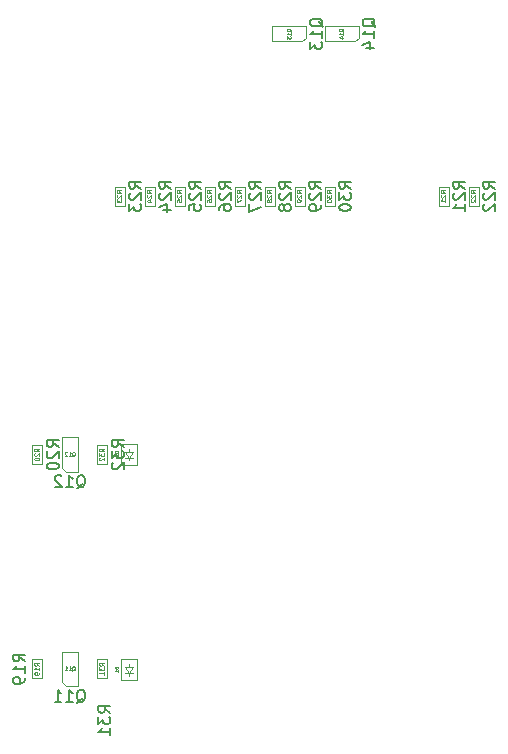
<source format=gbr>
G04 #@! TF.GenerationSoftware,KiCad,Pcbnew,(6.99.0-2815-gbbc0c61ccb)*
G04 #@! TF.CreationDate,2022-08-18T14:12:31+07:00*
G04 #@! TF.ProjectId,Training_Based,54726169-6e69-46e6-975f-42617365642e,rev?*
G04 #@! TF.SameCoordinates,Original*
G04 #@! TF.FileFunction,AssemblyDrawing,Bot*
%FSLAX46Y46*%
G04 Gerber Fmt 4.6, Leading zero omitted, Abs format (unit mm)*
G04 Created by KiCad (PCBNEW (6.99.0-2815-gbbc0c61ccb)) date 2022-08-18 14:12:31*
%MOMM*%
%LPD*%
G01*
G04 APERTURE LIST*
%ADD10C,0.150000*%
%ADD11C,0.060000*%
%ADD12C,0.050000*%
%ADD13C,0.074930*%
%ADD14C,0.100000*%
G04 APERTURE END LIST*
D10*
X196692380Y-42757142D02*
X196216190Y-42423809D01*
X196692380Y-42185714D02*
X195692380Y-42185714D01*
X195692380Y-42185714D02*
X195692380Y-42566666D01*
X195692380Y-42566666D02*
X195740000Y-42661904D01*
X195740000Y-42661904D02*
X195787619Y-42709523D01*
X195787619Y-42709523D02*
X195882857Y-42757142D01*
X195882857Y-42757142D02*
X196025714Y-42757142D01*
X196025714Y-42757142D02*
X196120952Y-42709523D01*
X196120952Y-42709523D02*
X196168571Y-42661904D01*
X196168571Y-42661904D02*
X196216190Y-42566666D01*
X196216190Y-42566666D02*
X196216190Y-42185714D01*
X195787619Y-43138095D02*
X195740000Y-43185714D01*
X195740000Y-43185714D02*
X195692380Y-43280952D01*
X195692380Y-43280952D02*
X195692380Y-43519047D01*
X195692380Y-43519047D02*
X195740000Y-43614285D01*
X195740000Y-43614285D02*
X195787619Y-43661904D01*
X195787619Y-43661904D02*
X195882857Y-43709523D01*
X195882857Y-43709523D02*
X195978095Y-43709523D01*
X195978095Y-43709523D02*
X196120952Y-43661904D01*
X196120952Y-43661904D02*
X196692380Y-43090476D01*
X196692380Y-43090476D02*
X196692380Y-43709523D01*
X195692380Y-44566666D02*
X195692380Y-44376190D01*
X195692380Y-44376190D02*
X195740000Y-44280952D01*
X195740000Y-44280952D02*
X195787619Y-44233333D01*
X195787619Y-44233333D02*
X195930476Y-44138095D01*
X195930476Y-44138095D02*
X196120952Y-44090476D01*
X196120952Y-44090476D02*
X196501904Y-44090476D01*
X196501904Y-44090476D02*
X196597142Y-44138095D01*
X196597142Y-44138095D02*
X196644761Y-44185714D01*
X196644761Y-44185714D02*
X196692380Y-44280952D01*
X196692380Y-44280952D02*
X196692380Y-44471428D01*
X196692380Y-44471428D02*
X196644761Y-44566666D01*
X196644761Y-44566666D02*
X196597142Y-44614285D01*
X196597142Y-44614285D02*
X196501904Y-44661904D01*
X196501904Y-44661904D02*
X196263809Y-44661904D01*
X196263809Y-44661904D02*
X196168571Y-44614285D01*
X196168571Y-44614285D02*
X196120952Y-44566666D01*
X196120952Y-44566666D02*
X196073333Y-44471428D01*
X196073333Y-44471428D02*
X196073333Y-44280952D01*
X196073333Y-44280952D02*
X196120952Y-44185714D01*
X196120952Y-44185714D02*
X196168571Y-44138095D01*
X196168571Y-44138095D02*
X196263809Y-44090476D01*
D11*
X195041952Y-43142857D02*
X194851476Y-43009524D01*
X195041952Y-42914286D02*
X194641952Y-42914286D01*
X194641952Y-42914286D02*
X194641952Y-43066667D01*
X194641952Y-43066667D02*
X194661000Y-43104762D01*
X194661000Y-43104762D02*
X194680047Y-43123809D01*
X194680047Y-43123809D02*
X194718142Y-43142857D01*
X194718142Y-43142857D02*
X194775285Y-43142857D01*
X194775285Y-43142857D02*
X194813380Y-43123809D01*
X194813380Y-43123809D02*
X194832428Y-43104762D01*
X194832428Y-43104762D02*
X194851476Y-43066667D01*
X194851476Y-43066667D02*
X194851476Y-42914286D01*
X194680047Y-43295238D02*
X194661000Y-43314286D01*
X194661000Y-43314286D02*
X194641952Y-43352381D01*
X194641952Y-43352381D02*
X194641952Y-43447619D01*
X194641952Y-43447619D02*
X194661000Y-43485714D01*
X194661000Y-43485714D02*
X194680047Y-43504762D01*
X194680047Y-43504762D02*
X194718142Y-43523809D01*
X194718142Y-43523809D02*
X194756238Y-43523809D01*
X194756238Y-43523809D02*
X194813380Y-43504762D01*
X194813380Y-43504762D02*
X195041952Y-43276190D01*
X195041952Y-43276190D02*
X195041952Y-43523809D01*
X194641952Y-43866666D02*
X194641952Y-43790476D01*
X194641952Y-43790476D02*
X194661000Y-43752380D01*
X194661000Y-43752380D02*
X194680047Y-43733333D01*
X194680047Y-43733333D02*
X194737190Y-43695238D01*
X194737190Y-43695238D02*
X194813380Y-43676190D01*
X194813380Y-43676190D02*
X194965761Y-43676190D01*
X194965761Y-43676190D02*
X195003857Y-43695238D01*
X195003857Y-43695238D02*
X195022904Y-43714285D01*
X195022904Y-43714285D02*
X195041952Y-43752380D01*
X195041952Y-43752380D02*
X195041952Y-43828571D01*
X195041952Y-43828571D02*
X195022904Y-43866666D01*
X195022904Y-43866666D02*
X195003857Y-43885714D01*
X195003857Y-43885714D02*
X194965761Y-43904761D01*
X194965761Y-43904761D02*
X194870523Y-43904761D01*
X194870523Y-43904761D02*
X194832428Y-43885714D01*
X194832428Y-43885714D02*
X194813380Y-43866666D01*
X194813380Y-43866666D02*
X194794333Y-43828571D01*
X194794333Y-43828571D02*
X194794333Y-43752380D01*
X194794333Y-43752380D02*
X194813380Y-43714285D01*
X194813380Y-43714285D02*
X194832428Y-43695238D01*
X194832428Y-43695238D02*
X194870523Y-43676190D01*
D10*
X194152380Y-42757142D02*
X193676190Y-42423809D01*
X194152380Y-42185714D02*
X193152380Y-42185714D01*
X193152380Y-42185714D02*
X193152380Y-42566666D01*
X193152380Y-42566666D02*
X193200000Y-42661904D01*
X193200000Y-42661904D02*
X193247619Y-42709523D01*
X193247619Y-42709523D02*
X193342857Y-42757142D01*
X193342857Y-42757142D02*
X193485714Y-42757142D01*
X193485714Y-42757142D02*
X193580952Y-42709523D01*
X193580952Y-42709523D02*
X193628571Y-42661904D01*
X193628571Y-42661904D02*
X193676190Y-42566666D01*
X193676190Y-42566666D02*
X193676190Y-42185714D01*
X193247619Y-43138095D02*
X193200000Y-43185714D01*
X193200000Y-43185714D02*
X193152380Y-43280952D01*
X193152380Y-43280952D02*
X193152380Y-43519047D01*
X193152380Y-43519047D02*
X193200000Y-43614285D01*
X193200000Y-43614285D02*
X193247619Y-43661904D01*
X193247619Y-43661904D02*
X193342857Y-43709523D01*
X193342857Y-43709523D02*
X193438095Y-43709523D01*
X193438095Y-43709523D02*
X193580952Y-43661904D01*
X193580952Y-43661904D02*
X194152380Y-43090476D01*
X194152380Y-43090476D02*
X194152380Y-43709523D01*
X193152380Y-44614285D02*
X193152380Y-44138095D01*
X193152380Y-44138095D02*
X193628571Y-44090476D01*
X193628571Y-44090476D02*
X193580952Y-44138095D01*
X193580952Y-44138095D02*
X193533333Y-44233333D01*
X193533333Y-44233333D02*
X193533333Y-44471428D01*
X193533333Y-44471428D02*
X193580952Y-44566666D01*
X193580952Y-44566666D02*
X193628571Y-44614285D01*
X193628571Y-44614285D02*
X193723809Y-44661904D01*
X193723809Y-44661904D02*
X193961904Y-44661904D01*
X193961904Y-44661904D02*
X194057142Y-44614285D01*
X194057142Y-44614285D02*
X194104761Y-44566666D01*
X194104761Y-44566666D02*
X194152380Y-44471428D01*
X194152380Y-44471428D02*
X194152380Y-44233333D01*
X194152380Y-44233333D02*
X194104761Y-44138095D01*
X194104761Y-44138095D02*
X194057142Y-44090476D01*
D11*
X192501952Y-43142857D02*
X192311476Y-43009524D01*
X192501952Y-42914286D02*
X192101952Y-42914286D01*
X192101952Y-42914286D02*
X192101952Y-43066667D01*
X192101952Y-43066667D02*
X192121000Y-43104762D01*
X192121000Y-43104762D02*
X192140047Y-43123809D01*
X192140047Y-43123809D02*
X192178142Y-43142857D01*
X192178142Y-43142857D02*
X192235285Y-43142857D01*
X192235285Y-43142857D02*
X192273380Y-43123809D01*
X192273380Y-43123809D02*
X192292428Y-43104762D01*
X192292428Y-43104762D02*
X192311476Y-43066667D01*
X192311476Y-43066667D02*
X192311476Y-42914286D01*
X192140047Y-43295238D02*
X192121000Y-43314286D01*
X192121000Y-43314286D02*
X192101952Y-43352381D01*
X192101952Y-43352381D02*
X192101952Y-43447619D01*
X192101952Y-43447619D02*
X192121000Y-43485714D01*
X192121000Y-43485714D02*
X192140047Y-43504762D01*
X192140047Y-43504762D02*
X192178142Y-43523809D01*
X192178142Y-43523809D02*
X192216238Y-43523809D01*
X192216238Y-43523809D02*
X192273380Y-43504762D01*
X192273380Y-43504762D02*
X192501952Y-43276190D01*
X192501952Y-43276190D02*
X192501952Y-43523809D01*
X192101952Y-43885714D02*
X192101952Y-43695238D01*
X192101952Y-43695238D02*
X192292428Y-43676190D01*
X192292428Y-43676190D02*
X192273380Y-43695238D01*
X192273380Y-43695238D02*
X192254333Y-43733333D01*
X192254333Y-43733333D02*
X192254333Y-43828571D01*
X192254333Y-43828571D02*
X192273380Y-43866666D01*
X192273380Y-43866666D02*
X192292428Y-43885714D01*
X192292428Y-43885714D02*
X192330523Y-43904761D01*
X192330523Y-43904761D02*
X192425761Y-43904761D01*
X192425761Y-43904761D02*
X192463857Y-43885714D01*
X192463857Y-43885714D02*
X192482904Y-43866666D01*
X192482904Y-43866666D02*
X192501952Y-43828571D01*
X192501952Y-43828571D02*
X192501952Y-43733333D01*
X192501952Y-43733333D02*
X192482904Y-43695238D01*
X192482904Y-43695238D02*
X192463857Y-43676190D01*
D10*
X183621428Y-68137619D02*
X183716666Y-68090000D01*
X183716666Y-68090000D02*
X183811904Y-67994761D01*
X183811904Y-67994761D02*
X183954761Y-67851904D01*
X183954761Y-67851904D02*
X184049999Y-67804285D01*
X184049999Y-67804285D02*
X184145237Y-67804285D01*
X184097618Y-68042380D02*
X184192856Y-67994761D01*
X184192856Y-67994761D02*
X184288094Y-67899523D01*
X184288094Y-67899523D02*
X184335713Y-67709047D01*
X184335713Y-67709047D02*
X184335713Y-67375714D01*
X184335713Y-67375714D02*
X184288094Y-67185238D01*
X184288094Y-67185238D02*
X184192856Y-67090000D01*
X184192856Y-67090000D02*
X184097618Y-67042380D01*
X184097618Y-67042380D02*
X183907142Y-67042380D01*
X183907142Y-67042380D02*
X183811904Y-67090000D01*
X183811904Y-67090000D02*
X183716666Y-67185238D01*
X183716666Y-67185238D02*
X183669047Y-67375714D01*
X183669047Y-67375714D02*
X183669047Y-67709047D01*
X183669047Y-67709047D02*
X183716666Y-67899523D01*
X183716666Y-67899523D02*
X183811904Y-67994761D01*
X183811904Y-67994761D02*
X183907142Y-68042380D01*
X183907142Y-68042380D02*
X184097618Y-68042380D01*
X182716666Y-68042380D02*
X183288094Y-68042380D01*
X183002380Y-68042380D02*
X183002380Y-67042380D01*
X183002380Y-67042380D02*
X183097618Y-67185238D01*
X183097618Y-67185238D02*
X183192856Y-67280476D01*
X183192856Y-67280476D02*
X183288094Y-67328095D01*
X182335713Y-67137619D02*
X182288094Y-67090000D01*
X182288094Y-67090000D02*
X182192856Y-67042380D01*
X182192856Y-67042380D02*
X181954761Y-67042380D01*
X181954761Y-67042380D02*
X181859523Y-67090000D01*
X181859523Y-67090000D02*
X181811904Y-67137619D01*
X181811904Y-67137619D02*
X181764285Y-67232857D01*
X181764285Y-67232857D02*
X181764285Y-67328095D01*
X181764285Y-67328095D02*
X181811904Y-67470952D01*
X181811904Y-67470952D02*
X182383332Y-68042380D01*
X182383332Y-68042380D02*
X181764285Y-68042380D01*
D12*
X183232857Y-65423038D02*
X183263333Y-65407800D01*
X183263333Y-65407800D02*
X183293809Y-65377323D01*
X183293809Y-65377323D02*
X183339523Y-65331609D01*
X183339523Y-65331609D02*
X183370000Y-65316371D01*
X183370000Y-65316371D02*
X183400476Y-65316371D01*
X183385238Y-65392561D02*
X183415714Y-65377323D01*
X183415714Y-65377323D02*
X183446190Y-65346847D01*
X183446190Y-65346847D02*
X183461428Y-65285895D01*
X183461428Y-65285895D02*
X183461428Y-65179228D01*
X183461428Y-65179228D02*
X183446190Y-65118276D01*
X183446190Y-65118276D02*
X183415714Y-65087800D01*
X183415714Y-65087800D02*
X183385238Y-65072561D01*
X183385238Y-65072561D02*
X183324285Y-65072561D01*
X183324285Y-65072561D02*
X183293809Y-65087800D01*
X183293809Y-65087800D02*
X183263333Y-65118276D01*
X183263333Y-65118276D02*
X183248095Y-65179228D01*
X183248095Y-65179228D02*
X183248095Y-65285895D01*
X183248095Y-65285895D02*
X183263333Y-65346847D01*
X183263333Y-65346847D02*
X183293809Y-65377323D01*
X183293809Y-65377323D02*
X183324285Y-65392561D01*
X183324285Y-65392561D02*
X183385238Y-65392561D01*
X182943333Y-65392561D02*
X183126190Y-65392561D01*
X183034762Y-65392561D02*
X183034762Y-65072561D01*
X183034762Y-65072561D02*
X183065238Y-65118276D01*
X183065238Y-65118276D02*
X183095714Y-65148752D01*
X183095714Y-65148752D02*
X183126190Y-65163990D01*
X182821428Y-65103038D02*
X182806190Y-65087800D01*
X182806190Y-65087800D02*
X182775714Y-65072561D01*
X182775714Y-65072561D02*
X182699523Y-65072561D01*
X182699523Y-65072561D02*
X182669047Y-65087800D01*
X182669047Y-65087800D02*
X182653809Y-65103038D01*
X182653809Y-65103038D02*
X182638571Y-65133514D01*
X182638571Y-65133514D02*
X182638571Y-65163990D01*
X182638571Y-65163990D02*
X182653809Y-65209704D01*
X182653809Y-65209704D02*
X182836666Y-65392561D01*
X182836666Y-65392561D02*
X182638571Y-65392561D01*
D13*
X187160111Y-64978777D02*
X186860391Y-64978777D01*
X186860391Y-64978777D02*
X186860391Y-65050139D01*
X186860391Y-65050139D02*
X186874664Y-65092956D01*
X186874664Y-65092956D02*
X186903208Y-65121501D01*
X186903208Y-65121501D02*
X186931753Y-65135774D01*
X186931753Y-65135774D02*
X186988843Y-65150046D01*
X186988843Y-65150046D02*
X187031660Y-65150046D01*
X187031660Y-65150046D02*
X187088749Y-65135774D01*
X187088749Y-65135774D02*
X187117294Y-65121501D01*
X187117294Y-65121501D02*
X187145839Y-65092956D01*
X187145839Y-65092956D02*
X187160111Y-65050139D01*
X187160111Y-65050139D02*
X187160111Y-64978777D01*
X186888936Y-65264225D02*
X186874664Y-65278497D01*
X186874664Y-65278497D02*
X186860391Y-65307042D01*
X186860391Y-65307042D02*
X186860391Y-65378404D01*
X186860391Y-65378404D02*
X186874664Y-65406949D01*
X186874664Y-65406949D02*
X186888936Y-65421221D01*
X186888936Y-65421221D02*
X186917481Y-65435494D01*
X186917481Y-65435494D02*
X186946025Y-65435494D01*
X186946025Y-65435494D02*
X186988843Y-65421221D01*
X186988843Y-65421221D02*
X187160111Y-65249953D01*
X187160111Y-65249953D02*
X187160111Y-65435494D01*
D10*
X208925119Y-29078571D02*
X208877500Y-28983333D01*
X208877500Y-28983333D02*
X208782261Y-28888095D01*
X208782261Y-28888095D02*
X208639404Y-28745238D01*
X208639404Y-28745238D02*
X208591785Y-28650000D01*
X208591785Y-28650000D02*
X208591785Y-28554762D01*
X208829880Y-28602381D02*
X208782261Y-28507143D01*
X208782261Y-28507143D02*
X208687023Y-28411905D01*
X208687023Y-28411905D02*
X208496547Y-28364286D01*
X208496547Y-28364286D02*
X208163214Y-28364286D01*
X208163214Y-28364286D02*
X207972738Y-28411905D01*
X207972738Y-28411905D02*
X207877500Y-28507143D01*
X207877500Y-28507143D02*
X207829880Y-28602381D01*
X207829880Y-28602381D02*
X207829880Y-28792857D01*
X207829880Y-28792857D02*
X207877500Y-28888095D01*
X207877500Y-28888095D02*
X207972738Y-28983333D01*
X207972738Y-28983333D02*
X208163214Y-29030952D01*
X208163214Y-29030952D02*
X208496547Y-29030952D01*
X208496547Y-29030952D02*
X208687023Y-28983333D01*
X208687023Y-28983333D02*
X208782261Y-28888095D01*
X208782261Y-28888095D02*
X208829880Y-28792857D01*
X208829880Y-28792857D02*
X208829880Y-28602381D01*
X208829880Y-29983333D02*
X208829880Y-29411905D01*
X208829880Y-29697619D02*
X207829880Y-29697619D01*
X207829880Y-29697619D02*
X207972738Y-29602381D01*
X207972738Y-29602381D02*
X208067976Y-29507143D01*
X208067976Y-29507143D02*
X208115595Y-29411905D01*
X208163214Y-30840476D02*
X208829880Y-30840476D01*
X207782261Y-30602381D02*
X208496547Y-30364286D01*
X208496547Y-30364286D02*
X208496547Y-30983333D01*
D12*
X206210538Y-29467142D02*
X206195300Y-29436666D01*
X206195300Y-29436666D02*
X206164823Y-29406190D01*
X206164823Y-29406190D02*
X206119109Y-29360476D01*
X206119109Y-29360476D02*
X206103871Y-29329999D01*
X206103871Y-29329999D02*
X206103871Y-29299523D01*
X206180061Y-29314761D02*
X206164823Y-29284285D01*
X206164823Y-29284285D02*
X206134347Y-29253809D01*
X206134347Y-29253809D02*
X206073395Y-29238571D01*
X206073395Y-29238571D02*
X205966728Y-29238571D01*
X205966728Y-29238571D02*
X205905776Y-29253809D01*
X205905776Y-29253809D02*
X205875300Y-29284285D01*
X205875300Y-29284285D02*
X205860061Y-29314761D01*
X205860061Y-29314761D02*
X205860061Y-29375714D01*
X205860061Y-29375714D02*
X205875300Y-29406190D01*
X205875300Y-29406190D02*
X205905776Y-29436666D01*
X205905776Y-29436666D02*
X205966728Y-29451904D01*
X205966728Y-29451904D02*
X206073395Y-29451904D01*
X206073395Y-29451904D02*
X206134347Y-29436666D01*
X206134347Y-29436666D02*
X206164823Y-29406190D01*
X206164823Y-29406190D02*
X206180061Y-29375714D01*
X206180061Y-29375714D02*
X206180061Y-29314761D01*
X206180061Y-29756666D02*
X206180061Y-29573809D01*
X206180061Y-29665237D02*
X205860061Y-29665237D01*
X205860061Y-29665237D02*
X205905776Y-29634761D01*
X205905776Y-29634761D02*
X205936252Y-29604285D01*
X205936252Y-29604285D02*
X205951490Y-29573809D01*
X205966728Y-30030952D02*
X206180061Y-30030952D01*
X205844823Y-29954761D02*
X206073395Y-29878571D01*
X206073395Y-29878571D02*
X206073395Y-30076666D01*
D10*
X183621428Y-86287619D02*
X183716666Y-86240000D01*
X183716666Y-86240000D02*
X183811904Y-86144761D01*
X183811904Y-86144761D02*
X183954761Y-86001904D01*
X183954761Y-86001904D02*
X184049999Y-85954285D01*
X184049999Y-85954285D02*
X184145237Y-85954285D01*
X184097618Y-86192380D02*
X184192856Y-86144761D01*
X184192856Y-86144761D02*
X184288094Y-86049523D01*
X184288094Y-86049523D02*
X184335713Y-85859047D01*
X184335713Y-85859047D02*
X184335713Y-85525714D01*
X184335713Y-85525714D02*
X184288094Y-85335238D01*
X184288094Y-85335238D02*
X184192856Y-85240000D01*
X184192856Y-85240000D02*
X184097618Y-85192380D01*
X184097618Y-85192380D02*
X183907142Y-85192380D01*
X183907142Y-85192380D02*
X183811904Y-85240000D01*
X183811904Y-85240000D02*
X183716666Y-85335238D01*
X183716666Y-85335238D02*
X183669047Y-85525714D01*
X183669047Y-85525714D02*
X183669047Y-85859047D01*
X183669047Y-85859047D02*
X183716666Y-86049523D01*
X183716666Y-86049523D02*
X183811904Y-86144761D01*
X183811904Y-86144761D02*
X183907142Y-86192380D01*
X183907142Y-86192380D02*
X184097618Y-86192380D01*
X182716666Y-86192380D02*
X183288094Y-86192380D01*
X183002380Y-86192380D02*
X183002380Y-85192380D01*
X183002380Y-85192380D02*
X183097618Y-85335238D01*
X183097618Y-85335238D02*
X183192856Y-85430476D01*
X183192856Y-85430476D02*
X183288094Y-85478095D01*
X181764285Y-86192380D02*
X182335713Y-86192380D01*
X182049999Y-86192380D02*
X182049999Y-85192380D01*
X182049999Y-85192380D02*
X182145237Y-85335238D01*
X182145237Y-85335238D02*
X182240475Y-85430476D01*
X182240475Y-85430476D02*
X182335713Y-85478095D01*
D12*
X183232857Y-83573038D02*
X183263333Y-83557800D01*
X183263333Y-83557800D02*
X183293809Y-83527323D01*
X183293809Y-83527323D02*
X183339523Y-83481609D01*
X183339523Y-83481609D02*
X183370000Y-83466371D01*
X183370000Y-83466371D02*
X183400476Y-83466371D01*
X183385238Y-83542561D02*
X183415714Y-83527323D01*
X183415714Y-83527323D02*
X183446190Y-83496847D01*
X183446190Y-83496847D02*
X183461428Y-83435895D01*
X183461428Y-83435895D02*
X183461428Y-83329228D01*
X183461428Y-83329228D02*
X183446190Y-83268276D01*
X183446190Y-83268276D02*
X183415714Y-83237800D01*
X183415714Y-83237800D02*
X183385238Y-83222561D01*
X183385238Y-83222561D02*
X183324285Y-83222561D01*
X183324285Y-83222561D02*
X183293809Y-83237800D01*
X183293809Y-83237800D02*
X183263333Y-83268276D01*
X183263333Y-83268276D02*
X183248095Y-83329228D01*
X183248095Y-83329228D02*
X183248095Y-83435895D01*
X183248095Y-83435895D02*
X183263333Y-83496847D01*
X183263333Y-83496847D02*
X183293809Y-83527323D01*
X183293809Y-83527323D02*
X183324285Y-83542561D01*
X183324285Y-83542561D02*
X183385238Y-83542561D01*
X182943333Y-83542561D02*
X183126190Y-83542561D01*
X183034762Y-83542561D02*
X183034762Y-83222561D01*
X183034762Y-83222561D02*
X183065238Y-83268276D01*
X183065238Y-83268276D02*
X183095714Y-83298752D01*
X183095714Y-83298752D02*
X183126190Y-83313990D01*
X182638571Y-83542561D02*
X182821428Y-83542561D01*
X182730000Y-83542561D02*
X182730000Y-83222561D01*
X182730000Y-83222561D02*
X182760476Y-83268276D01*
X182760476Y-83268276D02*
X182790952Y-83298752D01*
X182790952Y-83298752D02*
X182821428Y-83313990D01*
D10*
X204485119Y-29078571D02*
X204437500Y-28983333D01*
X204437500Y-28983333D02*
X204342261Y-28888095D01*
X204342261Y-28888095D02*
X204199404Y-28745238D01*
X204199404Y-28745238D02*
X204151785Y-28650000D01*
X204151785Y-28650000D02*
X204151785Y-28554762D01*
X204389880Y-28602381D02*
X204342261Y-28507143D01*
X204342261Y-28507143D02*
X204247023Y-28411905D01*
X204247023Y-28411905D02*
X204056547Y-28364286D01*
X204056547Y-28364286D02*
X203723214Y-28364286D01*
X203723214Y-28364286D02*
X203532738Y-28411905D01*
X203532738Y-28411905D02*
X203437500Y-28507143D01*
X203437500Y-28507143D02*
X203389880Y-28602381D01*
X203389880Y-28602381D02*
X203389880Y-28792857D01*
X203389880Y-28792857D02*
X203437500Y-28888095D01*
X203437500Y-28888095D02*
X203532738Y-28983333D01*
X203532738Y-28983333D02*
X203723214Y-29030952D01*
X203723214Y-29030952D02*
X204056547Y-29030952D01*
X204056547Y-29030952D02*
X204247023Y-28983333D01*
X204247023Y-28983333D02*
X204342261Y-28888095D01*
X204342261Y-28888095D02*
X204389880Y-28792857D01*
X204389880Y-28792857D02*
X204389880Y-28602381D01*
X204389880Y-29983333D02*
X204389880Y-29411905D01*
X204389880Y-29697619D02*
X203389880Y-29697619D01*
X203389880Y-29697619D02*
X203532738Y-29602381D01*
X203532738Y-29602381D02*
X203627976Y-29507143D01*
X203627976Y-29507143D02*
X203675595Y-29411905D01*
X203389880Y-30316667D02*
X203389880Y-30935714D01*
X203389880Y-30935714D02*
X203770833Y-30602381D01*
X203770833Y-30602381D02*
X203770833Y-30745238D01*
X203770833Y-30745238D02*
X203818452Y-30840476D01*
X203818452Y-30840476D02*
X203866071Y-30888095D01*
X203866071Y-30888095D02*
X203961309Y-30935714D01*
X203961309Y-30935714D02*
X204199404Y-30935714D01*
X204199404Y-30935714D02*
X204294642Y-30888095D01*
X204294642Y-30888095D02*
X204342261Y-30840476D01*
X204342261Y-30840476D02*
X204389880Y-30745238D01*
X204389880Y-30745238D02*
X204389880Y-30459524D01*
X204389880Y-30459524D02*
X204342261Y-30364286D01*
X204342261Y-30364286D02*
X204294642Y-30316667D01*
D12*
X201770538Y-29467142D02*
X201755300Y-29436666D01*
X201755300Y-29436666D02*
X201724823Y-29406190D01*
X201724823Y-29406190D02*
X201679109Y-29360476D01*
X201679109Y-29360476D02*
X201663871Y-29329999D01*
X201663871Y-29329999D02*
X201663871Y-29299523D01*
X201740061Y-29314761D02*
X201724823Y-29284285D01*
X201724823Y-29284285D02*
X201694347Y-29253809D01*
X201694347Y-29253809D02*
X201633395Y-29238571D01*
X201633395Y-29238571D02*
X201526728Y-29238571D01*
X201526728Y-29238571D02*
X201465776Y-29253809D01*
X201465776Y-29253809D02*
X201435300Y-29284285D01*
X201435300Y-29284285D02*
X201420061Y-29314761D01*
X201420061Y-29314761D02*
X201420061Y-29375714D01*
X201420061Y-29375714D02*
X201435300Y-29406190D01*
X201435300Y-29406190D02*
X201465776Y-29436666D01*
X201465776Y-29436666D02*
X201526728Y-29451904D01*
X201526728Y-29451904D02*
X201633395Y-29451904D01*
X201633395Y-29451904D02*
X201694347Y-29436666D01*
X201694347Y-29436666D02*
X201724823Y-29406190D01*
X201724823Y-29406190D02*
X201740061Y-29375714D01*
X201740061Y-29375714D02*
X201740061Y-29314761D01*
X201740061Y-29756666D02*
X201740061Y-29573809D01*
X201740061Y-29665237D02*
X201420061Y-29665237D01*
X201420061Y-29665237D02*
X201465776Y-29634761D01*
X201465776Y-29634761D02*
X201496252Y-29604285D01*
X201496252Y-29604285D02*
X201511490Y-29573809D01*
X201420061Y-29863333D02*
X201420061Y-30061428D01*
X201420061Y-30061428D02*
X201541966Y-29954761D01*
X201541966Y-29954761D02*
X201541966Y-30000476D01*
X201541966Y-30000476D02*
X201557204Y-30030952D01*
X201557204Y-30030952D02*
X201572442Y-30046190D01*
X201572442Y-30046190D02*
X201602919Y-30061428D01*
X201602919Y-30061428D02*
X201679109Y-30061428D01*
X201679109Y-30061428D02*
X201709585Y-30046190D01*
X201709585Y-30046190D02*
X201724823Y-30030952D01*
X201724823Y-30030952D02*
X201740061Y-30000476D01*
X201740061Y-30000476D02*
X201740061Y-29909047D01*
X201740061Y-29909047D02*
X201724823Y-29878571D01*
X201724823Y-29878571D02*
X201709585Y-29863333D01*
D13*
X187160111Y-83228777D02*
X186860391Y-83228777D01*
X186860391Y-83228777D02*
X186860391Y-83300139D01*
X186860391Y-83300139D02*
X186874664Y-83342956D01*
X186874664Y-83342956D02*
X186903208Y-83371501D01*
X186903208Y-83371501D02*
X186931753Y-83385774D01*
X186931753Y-83385774D02*
X186988843Y-83400046D01*
X186988843Y-83400046D02*
X187031660Y-83400046D01*
X187031660Y-83400046D02*
X187088749Y-83385774D01*
X187088749Y-83385774D02*
X187117294Y-83371501D01*
X187117294Y-83371501D02*
X187145839Y-83342956D01*
X187145839Y-83342956D02*
X187160111Y-83300139D01*
X187160111Y-83300139D02*
X187160111Y-83228777D01*
X187160111Y-83685494D02*
X187160111Y-83514225D01*
X187160111Y-83599859D02*
X186860391Y-83599859D01*
X186860391Y-83599859D02*
X186903208Y-83571315D01*
X186903208Y-83571315D02*
X186931753Y-83542770D01*
X186931753Y-83542770D02*
X186946025Y-83514225D01*
D10*
X199232380Y-42757142D02*
X198756190Y-42423809D01*
X199232380Y-42185714D02*
X198232380Y-42185714D01*
X198232380Y-42185714D02*
X198232380Y-42566666D01*
X198232380Y-42566666D02*
X198280000Y-42661904D01*
X198280000Y-42661904D02*
X198327619Y-42709523D01*
X198327619Y-42709523D02*
X198422857Y-42757142D01*
X198422857Y-42757142D02*
X198565714Y-42757142D01*
X198565714Y-42757142D02*
X198660952Y-42709523D01*
X198660952Y-42709523D02*
X198708571Y-42661904D01*
X198708571Y-42661904D02*
X198756190Y-42566666D01*
X198756190Y-42566666D02*
X198756190Y-42185714D01*
X198327619Y-43138095D02*
X198280000Y-43185714D01*
X198280000Y-43185714D02*
X198232380Y-43280952D01*
X198232380Y-43280952D02*
X198232380Y-43519047D01*
X198232380Y-43519047D02*
X198280000Y-43614285D01*
X198280000Y-43614285D02*
X198327619Y-43661904D01*
X198327619Y-43661904D02*
X198422857Y-43709523D01*
X198422857Y-43709523D02*
X198518095Y-43709523D01*
X198518095Y-43709523D02*
X198660952Y-43661904D01*
X198660952Y-43661904D02*
X199232380Y-43090476D01*
X199232380Y-43090476D02*
X199232380Y-43709523D01*
X198232380Y-44042857D02*
X198232380Y-44709523D01*
X198232380Y-44709523D02*
X199232380Y-44280952D01*
D11*
X197581952Y-43142857D02*
X197391476Y-43009524D01*
X197581952Y-42914286D02*
X197181952Y-42914286D01*
X197181952Y-42914286D02*
X197181952Y-43066667D01*
X197181952Y-43066667D02*
X197201000Y-43104762D01*
X197201000Y-43104762D02*
X197220047Y-43123809D01*
X197220047Y-43123809D02*
X197258142Y-43142857D01*
X197258142Y-43142857D02*
X197315285Y-43142857D01*
X197315285Y-43142857D02*
X197353380Y-43123809D01*
X197353380Y-43123809D02*
X197372428Y-43104762D01*
X197372428Y-43104762D02*
X197391476Y-43066667D01*
X197391476Y-43066667D02*
X197391476Y-42914286D01*
X197220047Y-43295238D02*
X197201000Y-43314286D01*
X197201000Y-43314286D02*
X197181952Y-43352381D01*
X197181952Y-43352381D02*
X197181952Y-43447619D01*
X197181952Y-43447619D02*
X197201000Y-43485714D01*
X197201000Y-43485714D02*
X197220047Y-43504762D01*
X197220047Y-43504762D02*
X197258142Y-43523809D01*
X197258142Y-43523809D02*
X197296238Y-43523809D01*
X197296238Y-43523809D02*
X197353380Y-43504762D01*
X197353380Y-43504762D02*
X197581952Y-43276190D01*
X197581952Y-43276190D02*
X197581952Y-43523809D01*
X197181952Y-43657142D02*
X197181952Y-43923809D01*
X197181952Y-43923809D02*
X197581952Y-43752380D01*
D10*
X182097380Y-64632142D02*
X181621190Y-64298809D01*
X182097380Y-64060714D02*
X181097380Y-64060714D01*
X181097380Y-64060714D02*
X181097380Y-64441666D01*
X181097380Y-64441666D02*
X181145000Y-64536904D01*
X181145000Y-64536904D02*
X181192619Y-64584523D01*
X181192619Y-64584523D02*
X181287857Y-64632142D01*
X181287857Y-64632142D02*
X181430714Y-64632142D01*
X181430714Y-64632142D02*
X181525952Y-64584523D01*
X181525952Y-64584523D02*
X181573571Y-64536904D01*
X181573571Y-64536904D02*
X181621190Y-64441666D01*
X181621190Y-64441666D02*
X181621190Y-64060714D01*
X181192619Y-65013095D02*
X181145000Y-65060714D01*
X181145000Y-65060714D02*
X181097380Y-65155952D01*
X181097380Y-65155952D02*
X181097380Y-65394047D01*
X181097380Y-65394047D02*
X181145000Y-65489285D01*
X181145000Y-65489285D02*
X181192619Y-65536904D01*
X181192619Y-65536904D02*
X181287857Y-65584523D01*
X181287857Y-65584523D02*
X181383095Y-65584523D01*
X181383095Y-65584523D02*
X181525952Y-65536904D01*
X181525952Y-65536904D02*
X182097380Y-64965476D01*
X182097380Y-64965476D02*
X182097380Y-65584523D01*
X181097380Y-66203571D02*
X181097380Y-66298809D01*
X181097380Y-66298809D02*
X181145000Y-66394047D01*
X181145000Y-66394047D02*
X181192619Y-66441666D01*
X181192619Y-66441666D02*
X181287857Y-66489285D01*
X181287857Y-66489285D02*
X181478333Y-66536904D01*
X181478333Y-66536904D02*
X181716428Y-66536904D01*
X181716428Y-66536904D02*
X181906904Y-66489285D01*
X181906904Y-66489285D02*
X182002142Y-66441666D01*
X182002142Y-66441666D02*
X182049761Y-66394047D01*
X182049761Y-66394047D02*
X182097380Y-66298809D01*
X182097380Y-66298809D02*
X182097380Y-66203571D01*
X182097380Y-66203571D02*
X182049761Y-66108333D01*
X182049761Y-66108333D02*
X182002142Y-66060714D01*
X182002142Y-66060714D02*
X181906904Y-66013095D01*
X181906904Y-66013095D02*
X181716428Y-65965476D01*
X181716428Y-65965476D02*
X181478333Y-65965476D01*
X181478333Y-65965476D02*
X181287857Y-66013095D01*
X181287857Y-66013095D02*
X181192619Y-66060714D01*
X181192619Y-66060714D02*
X181145000Y-66108333D01*
X181145000Y-66108333D02*
X181097380Y-66203571D01*
D11*
X180446952Y-65017857D02*
X180256476Y-64884524D01*
X180446952Y-64789286D02*
X180046952Y-64789286D01*
X180046952Y-64789286D02*
X180046952Y-64941667D01*
X180046952Y-64941667D02*
X180066000Y-64979762D01*
X180066000Y-64979762D02*
X180085047Y-64998809D01*
X180085047Y-64998809D02*
X180123142Y-65017857D01*
X180123142Y-65017857D02*
X180180285Y-65017857D01*
X180180285Y-65017857D02*
X180218380Y-64998809D01*
X180218380Y-64998809D02*
X180237428Y-64979762D01*
X180237428Y-64979762D02*
X180256476Y-64941667D01*
X180256476Y-64941667D02*
X180256476Y-64789286D01*
X180085047Y-65170238D02*
X180066000Y-65189286D01*
X180066000Y-65189286D02*
X180046952Y-65227381D01*
X180046952Y-65227381D02*
X180046952Y-65322619D01*
X180046952Y-65322619D02*
X180066000Y-65360714D01*
X180066000Y-65360714D02*
X180085047Y-65379762D01*
X180085047Y-65379762D02*
X180123142Y-65398809D01*
X180123142Y-65398809D02*
X180161238Y-65398809D01*
X180161238Y-65398809D02*
X180218380Y-65379762D01*
X180218380Y-65379762D02*
X180446952Y-65151190D01*
X180446952Y-65151190D02*
X180446952Y-65398809D01*
X180046952Y-65646428D02*
X180046952Y-65684523D01*
X180046952Y-65684523D02*
X180066000Y-65722619D01*
X180066000Y-65722619D02*
X180085047Y-65741666D01*
X180085047Y-65741666D02*
X180123142Y-65760714D01*
X180123142Y-65760714D02*
X180199333Y-65779761D01*
X180199333Y-65779761D02*
X180294571Y-65779761D01*
X180294571Y-65779761D02*
X180370761Y-65760714D01*
X180370761Y-65760714D02*
X180408857Y-65741666D01*
X180408857Y-65741666D02*
X180427904Y-65722619D01*
X180427904Y-65722619D02*
X180446952Y-65684523D01*
X180446952Y-65684523D02*
X180446952Y-65646428D01*
X180446952Y-65646428D02*
X180427904Y-65608333D01*
X180427904Y-65608333D02*
X180408857Y-65589285D01*
X180408857Y-65589285D02*
X180370761Y-65570238D01*
X180370761Y-65570238D02*
X180294571Y-65551190D01*
X180294571Y-65551190D02*
X180199333Y-65551190D01*
X180199333Y-65551190D02*
X180123142Y-65570238D01*
X180123142Y-65570238D02*
X180085047Y-65589285D01*
X180085047Y-65589285D02*
X180066000Y-65608333D01*
X180066000Y-65608333D02*
X180046952Y-65646428D01*
D10*
X189072380Y-42757142D02*
X188596190Y-42423809D01*
X189072380Y-42185714D02*
X188072380Y-42185714D01*
X188072380Y-42185714D02*
X188072380Y-42566666D01*
X188072380Y-42566666D02*
X188120000Y-42661904D01*
X188120000Y-42661904D02*
X188167619Y-42709523D01*
X188167619Y-42709523D02*
X188262857Y-42757142D01*
X188262857Y-42757142D02*
X188405714Y-42757142D01*
X188405714Y-42757142D02*
X188500952Y-42709523D01*
X188500952Y-42709523D02*
X188548571Y-42661904D01*
X188548571Y-42661904D02*
X188596190Y-42566666D01*
X188596190Y-42566666D02*
X188596190Y-42185714D01*
X188167619Y-43138095D02*
X188120000Y-43185714D01*
X188120000Y-43185714D02*
X188072380Y-43280952D01*
X188072380Y-43280952D02*
X188072380Y-43519047D01*
X188072380Y-43519047D02*
X188120000Y-43614285D01*
X188120000Y-43614285D02*
X188167619Y-43661904D01*
X188167619Y-43661904D02*
X188262857Y-43709523D01*
X188262857Y-43709523D02*
X188358095Y-43709523D01*
X188358095Y-43709523D02*
X188500952Y-43661904D01*
X188500952Y-43661904D02*
X189072380Y-43090476D01*
X189072380Y-43090476D02*
X189072380Y-43709523D01*
X188072380Y-44042857D02*
X188072380Y-44661904D01*
X188072380Y-44661904D02*
X188453333Y-44328571D01*
X188453333Y-44328571D02*
X188453333Y-44471428D01*
X188453333Y-44471428D02*
X188500952Y-44566666D01*
X188500952Y-44566666D02*
X188548571Y-44614285D01*
X188548571Y-44614285D02*
X188643809Y-44661904D01*
X188643809Y-44661904D02*
X188881904Y-44661904D01*
X188881904Y-44661904D02*
X188977142Y-44614285D01*
X188977142Y-44614285D02*
X189024761Y-44566666D01*
X189024761Y-44566666D02*
X189072380Y-44471428D01*
X189072380Y-44471428D02*
X189072380Y-44185714D01*
X189072380Y-44185714D02*
X189024761Y-44090476D01*
X189024761Y-44090476D02*
X188977142Y-44042857D01*
D11*
X187421952Y-43142857D02*
X187231476Y-43009524D01*
X187421952Y-42914286D02*
X187021952Y-42914286D01*
X187021952Y-42914286D02*
X187021952Y-43066667D01*
X187021952Y-43066667D02*
X187041000Y-43104762D01*
X187041000Y-43104762D02*
X187060047Y-43123809D01*
X187060047Y-43123809D02*
X187098142Y-43142857D01*
X187098142Y-43142857D02*
X187155285Y-43142857D01*
X187155285Y-43142857D02*
X187193380Y-43123809D01*
X187193380Y-43123809D02*
X187212428Y-43104762D01*
X187212428Y-43104762D02*
X187231476Y-43066667D01*
X187231476Y-43066667D02*
X187231476Y-42914286D01*
X187060047Y-43295238D02*
X187041000Y-43314286D01*
X187041000Y-43314286D02*
X187021952Y-43352381D01*
X187021952Y-43352381D02*
X187021952Y-43447619D01*
X187021952Y-43447619D02*
X187041000Y-43485714D01*
X187041000Y-43485714D02*
X187060047Y-43504762D01*
X187060047Y-43504762D02*
X187098142Y-43523809D01*
X187098142Y-43523809D02*
X187136238Y-43523809D01*
X187136238Y-43523809D02*
X187193380Y-43504762D01*
X187193380Y-43504762D02*
X187421952Y-43276190D01*
X187421952Y-43276190D02*
X187421952Y-43523809D01*
X187021952Y-43657142D02*
X187021952Y-43904761D01*
X187021952Y-43904761D02*
X187174333Y-43771428D01*
X187174333Y-43771428D02*
X187174333Y-43828571D01*
X187174333Y-43828571D02*
X187193380Y-43866666D01*
X187193380Y-43866666D02*
X187212428Y-43885714D01*
X187212428Y-43885714D02*
X187250523Y-43904761D01*
X187250523Y-43904761D02*
X187345761Y-43904761D01*
X187345761Y-43904761D02*
X187383857Y-43885714D01*
X187383857Y-43885714D02*
X187402904Y-43866666D01*
X187402904Y-43866666D02*
X187421952Y-43828571D01*
X187421952Y-43828571D02*
X187421952Y-43714285D01*
X187421952Y-43714285D02*
X187402904Y-43676190D01*
X187402904Y-43676190D02*
X187383857Y-43657142D01*
D10*
X191612380Y-42757142D02*
X191136190Y-42423809D01*
X191612380Y-42185714D02*
X190612380Y-42185714D01*
X190612380Y-42185714D02*
X190612380Y-42566666D01*
X190612380Y-42566666D02*
X190660000Y-42661904D01*
X190660000Y-42661904D02*
X190707619Y-42709523D01*
X190707619Y-42709523D02*
X190802857Y-42757142D01*
X190802857Y-42757142D02*
X190945714Y-42757142D01*
X190945714Y-42757142D02*
X191040952Y-42709523D01*
X191040952Y-42709523D02*
X191088571Y-42661904D01*
X191088571Y-42661904D02*
X191136190Y-42566666D01*
X191136190Y-42566666D02*
X191136190Y-42185714D01*
X190707619Y-43138095D02*
X190660000Y-43185714D01*
X190660000Y-43185714D02*
X190612380Y-43280952D01*
X190612380Y-43280952D02*
X190612380Y-43519047D01*
X190612380Y-43519047D02*
X190660000Y-43614285D01*
X190660000Y-43614285D02*
X190707619Y-43661904D01*
X190707619Y-43661904D02*
X190802857Y-43709523D01*
X190802857Y-43709523D02*
X190898095Y-43709523D01*
X190898095Y-43709523D02*
X191040952Y-43661904D01*
X191040952Y-43661904D02*
X191612380Y-43090476D01*
X191612380Y-43090476D02*
X191612380Y-43709523D01*
X190945714Y-44566666D02*
X191612380Y-44566666D01*
X190564761Y-44328571D02*
X191279047Y-44090476D01*
X191279047Y-44090476D02*
X191279047Y-44709523D01*
D11*
X189961952Y-43142857D02*
X189771476Y-43009524D01*
X189961952Y-42914286D02*
X189561952Y-42914286D01*
X189561952Y-42914286D02*
X189561952Y-43066667D01*
X189561952Y-43066667D02*
X189581000Y-43104762D01*
X189581000Y-43104762D02*
X189600047Y-43123809D01*
X189600047Y-43123809D02*
X189638142Y-43142857D01*
X189638142Y-43142857D02*
X189695285Y-43142857D01*
X189695285Y-43142857D02*
X189733380Y-43123809D01*
X189733380Y-43123809D02*
X189752428Y-43104762D01*
X189752428Y-43104762D02*
X189771476Y-43066667D01*
X189771476Y-43066667D02*
X189771476Y-42914286D01*
X189600047Y-43295238D02*
X189581000Y-43314286D01*
X189581000Y-43314286D02*
X189561952Y-43352381D01*
X189561952Y-43352381D02*
X189561952Y-43447619D01*
X189561952Y-43447619D02*
X189581000Y-43485714D01*
X189581000Y-43485714D02*
X189600047Y-43504762D01*
X189600047Y-43504762D02*
X189638142Y-43523809D01*
X189638142Y-43523809D02*
X189676238Y-43523809D01*
X189676238Y-43523809D02*
X189733380Y-43504762D01*
X189733380Y-43504762D02*
X189961952Y-43276190D01*
X189961952Y-43276190D02*
X189961952Y-43523809D01*
X189695285Y-43866666D02*
X189961952Y-43866666D01*
X189542904Y-43771428D02*
X189828619Y-43676190D01*
X189828619Y-43676190D02*
X189828619Y-43923809D01*
D10*
X219037380Y-42757142D02*
X218561190Y-42423809D01*
X219037380Y-42185714D02*
X218037380Y-42185714D01*
X218037380Y-42185714D02*
X218037380Y-42566666D01*
X218037380Y-42566666D02*
X218085000Y-42661904D01*
X218085000Y-42661904D02*
X218132619Y-42709523D01*
X218132619Y-42709523D02*
X218227857Y-42757142D01*
X218227857Y-42757142D02*
X218370714Y-42757142D01*
X218370714Y-42757142D02*
X218465952Y-42709523D01*
X218465952Y-42709523D02*
X218513571Y-42661904D01*
X218513571Y-42661904D02*
X218561190Y-42566666D01*
X218561190Y-42566666D02*
X218561190Y-42185714D01*
X218132619Y-43138095D02*
X218085000Y-43185714D01*
X218085000Y-43185714D02*
X218037380Y-43280952D01*
X218037380Y-43280952D02*
X218037380Y-43519047D01*
X218037380Y-43519047D02*
X218085000Y-43614285D01*
X218085000Y-43614285D02*
X218132619Y-43661904D01*
X218132619Y-43661904D02*
X218227857Y-43709523D01*
X218227857Y-43709523D02*
X218323095Y-43709523D01*
X218323095Y-43709523D02*
X218465952Y-43661904D01*
X218465952Y-43661904D02*
X219037380Y-43090476D01*
X219037380Y-43090476D02*
X219037380Y-43709523D01*
X218132619Y-44090476D02*
X218085000Y-44138095D01*
X218085000Y-44138095D02*
X218037380Y-44233333D01*
X218037380Y-44233333D02*
X218037380Y-44471428D01*
X218037380Y-44471428D02*
X218085000Y-44566666D01*
X218085000Y-44566666D02*
X218132619Y-44614285D01*
X218132619Y-44614285D02*
X218227857Y-44661904D01*
X218227857Y-44661904D02*
X218323095Y-44661904D01*
X218323095Y-44661904D02*
X218465952Y-44614285D01*
X218465952Y-44614285D02*
X219037380Y-44042857D01*
X219037380Y-44042857D02*
X219037380Y-44661904D01*
D11*
X217386952Y-43142857D02*
X217196476Y-43009524D01*
X217386952Y-42914286D02*
X216986952Y-42914286D01*
X216986952Y-42914286D02*
X216986952Y-43066667D01*
X216986952Y-43066667D02*
X217006000Y-43104762D01*
X217006000Y-43104762D02*
X217025047Y-43123809D01*
X217025047Y-43123809D02*
X217063142Y-43142857D01*
X217063142Y-43142857D02*
X217120285Y-43142857D01*
X217120285Y-43142857D02*
X217158380Y-43123809D01*
X217158380Y-43123809D02*
X217177428Y-43104762D01*
X217177428Y-43104762D02*
X217196476Y-43066667D01*
X217196476Y-43066667D02*
X217196476Y-42914286D01*
X217025047Y-43295238D02*
X217006000Y-43314286D01*
X217006000Y-43314286D02*
X216986952Y-43352381D01*
X216986952Y-43352381D02*
X216986952Y-43447619D01*
X216986952Y-43447619D02*
X217006000Y-43485714D01*
X217006000Y-43485714D02*
X217025047Y-43504762D01*
X217025047Y-43504762D02*
X217063142Y-43523809D01*
X217063142Y-43523809D02*
X217101238Y-43523809D01*
X217101238Y-43523809D02*
X217158380Y-43504762D01*
X217158380Y-43504762D02*
X217386952Y-43276190D01*
X217386952Y-43276190D02*
X217386952Y-43523809D01*
X217025047Y-43676190D02*
X217006000Y-43695238D01*
X217006000Y-43695238D02*
X216986952Y-43733333D01*
X216986952Y-43733333D02*
X216986952Y-43828571D01*
X216986952Y-43828571D02*
X217006000Y-43866666D01*
X217006000Y-43866666D02*
X217025047Y-43885714D01*
X217025047Y-43885714D02*
X217063142Y-43904761D01*
X217063142Y-43904761D02*
X217101238Y-43904761D01*
X217101238Y-43904761D02*
X217158380Y-43885714D01*
X217158380Y-43885714D02*
X217386952Y-43657142D01*
X217386952Y-43657142D02*
X217386952Y-43904761D01*
D10*
X186467380Y-87132142D02*
X185991190Y-86798809D01*
X186467380Y-86560714D02*
X185467380Y-86560714D01*
X185467380Y-86560714D02*
X185467380Y-86941666D01*
X185467380Y-86941666D02*
X185515000Y-87036904D01*
X185515000Y-87036904D02*
X185562619Y-87084523D01*
X185562619Y-87084523D02*
X185657857Y-87132142D01*
X185657857Y-87132142D02*
X185800714Y-87132142D01*
X185800714Y-87132142D02*
X185895952Y-87084523D01*
X185895952Y-87084523D02*
X185943571Y-87036904D01*
X185943571Y-87036904D02*
X185991190Y-86941666D01*
X185991190Y-86941666D02*
X185991190Y-86560714D01*
X185467380Y-87465476D02*
X185467380Y-88084523D01*
X185467380Y-88084523D02*
X185848333Y-87751190D01*
X185848333Y-87751190D02*
X185848333Y-87894047D01*
X185848333Y-87894047D02*
X185895952Y-87989285D01*
X185895952Y-87989285D02*
X185943571Y-88036904D01*
X185943571Y-88036904D02*
X186038809Y-88084523D01*
X186038809Y-88084523D02*
X186276904Y-88084523D01*
X186276904Y-88084523D02*
X186372142Y-88036904D01*
X186372142Y-88036904D02*
X186419761Y-87989285D01*
X186419761Y-87989285D02*
X186467380Y-87894047D01*
X186467380Y-87894047D02*
X186467380Y-87608333D01*
X186467380Y-87608333D02*
X186419761Y-87513095D01*
X186419761Y-87513095D02*
X186372142Y-87465476D01*
X186467380Y-89036904D02*
X186467380Y-88465476D01*
X186467380Y-88751190D02*
X185467380Y-88751190D01*
X185467380Y-88751190D02*
X185610238Y-88655952D01*
X185610238Y-88655952D02*
X185705476Y-88560714D01*
X185705476Y-88560714D02*
X185753095Y-88465476D01*
D11*
X185946952Y-83167857D02*
X185756476Y-83034524D01*
X185946952Y-82939286D02*
X185546952Y-82939286D01*
X185546952Y-82939286D02*
X185546952Y-83091667D01*
X185546952Y-83091667D02*
X185566000Y-83129762D01*
X185566000Y-83129762D02*
X185585047Y-83148809D01*
X185585047Y-83148809D02*
X185623142Y-83167857D01*
X185623142Y-83167857D02*
X185680285Y-83167857D01*
X185680285Y-83167857D02*
X185718380Y-83148809D01*
X185718380Y-83148809D02*
X185737428Y-83129762D01*
X185737428Y-83129762D02*
X185756476Y-83091667D01*
X185756476Y-83091667D02*
X185756476Y-82939286D01*
X185546952Y-83301190D02*
X185546952Y-83548809D01*
X185546952Y-83548809D02*
X185699333Y-83415476D01*
X185699333Y-83415476D02*
X185699333Y-83472619D01*
X185699333Y-83472619D02*
X185718380Y-83510714D01*
X185718380Y-83510714D02*
X185737428Y-83529762D01*
X185737428Y-83529762D02*
X185775523Y-83548809D01*
X185775523Y-83548809D02*
X185870761Y-83548809D01*
X185870761Y-83548809D02*
X185908857Y-83529762D01*
X185908857Y-83529762D02*
X185927904Y-83510714D01*
X185927904Y-83510714D02*
X185946952Y-83472619D01*
X185946952Y-83472619D02*
X185946952Y-83358333D01*
X185946952Y-83358333D02*
X185927904Y-83320238D01*
X185927904Y-83320238D02*
X185908857Y-83301190D01*
X185946952Y-83929761D02*
X185946952Y-83701190D01*
X185946952Y-83815476D02*
X185546952Y-83815476D01*
X185546952Y-83815476D02*
X185604095Y-83777380D01*
X185604095Y-83777380D02*
X185642190Y-83739285D01*
X185642190Y-83739285D02*
X185661238Y-83701190D01*
D10*
X187597380Y-64632142D02*
X187121190Y-64298809D01*
X187597380Y-64060714D02*
X186597380Y-64060714D01*
X186597380Y-64060714D02*
X186597380Y-64441666D01*
X186597380Y-64441666D02*
X186645000Y-64536904D01*
X186645000Y-64536904D02*
X186692619Y-64584523D01*
X186692619Y-64584523D02*
X186787857Y-64632142D01*
X186787857Y-64632142D02*
X186930714Y-64632142D01*
X186930714Y-64632142D02*
X187025952Y-64584523D01*
X187025952Y-64584523D02*
X187073571Y-64536904D01*
X187073571Y-64536904D02*
X187121190Y-64441666D01*
X187121190Y-64441666D02*
X187121190Y-64060714D01*
X186597380Y-64965476D02*
X186597380Y-65584523D01*
X186597380Y-65584523D02*
X186978333Y-65251190D01*
X186978333Y-65251190D02*
X186978333Y-65394047D01*
X186978333Y-65394047D02*
X187025952Y-65489285D01*
X187025952Y-65489285D02*
X187073571Y-65536904D01*
X187073571Y-65536904D02*
X187168809Y-65584523D01*
X187168809Y-65584523D02*
X187406904Y-65584523D01*
X187406904Y-65584523D02*
X187502142Y-65536904D01*
X187502142Y-65536904D02*
X187549761Y-65489285D01*
X187549761Y-65489285D02*
X187597380Y-65394047D01*
X187597380Y-65394047D02*
X187597380Y-65108333D01*
X187597380Y-65108333D02*
X187549761Y-65013095D01*
X187549761Y-65013095D02*
X187502142Y-64965476D01*
X186692619Y-65965476D02*
X186645000Y-66013095D01*
X186645000Y-66013095D02*
X186597380Y-66108333D01*
X186597380Y-66108333D02*
X186597380Y-66346428D01*
X186597380Y-66346428D02*
X186645000Y-66441666D01*
X186645000Y-66441666D02*
X186692619Y-66489285D01*
X186692619Y-66489285D02*
X186787857Y-66536904D01*
X186787857Y-66536904D02*
X186883095Y-66536904D01*
X186883095Y-66536904D02*
X187025952Y-66489285D01*
X187025952Y-66489285D02*
X187597380Y-65917857D01*
X187597380Y-65917857D02*
X187597380Y-66536904D01*
D11*
X185946952Y-65017857D02*
X185756476Y-64884524D01*
X185946952Y-64789286D02*
X185546952Y-64789286D01*
X185546952Y-64789286D02*
X185546952Y-64941667D01*
X185546952Y-64941667D02*
X185566000Y-64979762D01*
X185566000Y-64979762D02*
X185585047Y-64998809D01*
X185585047Y-64998809D02*
X185623142Y-65017857D01*
X185623142Y-65017857D02*
X185680285Y-65017857D01*
X185680285Y-65017857D02*
X185718380Y-64998809D01*
X185718380Y-64998809D02*
X185737428Y-64979762D01*
X185737428Y-64979762D02*
X185756476Y-64941667D01*
X185756476Y-64941667D02*
X185756476Y-64789286D01*
X185546952Y-65151190D02*
X185546952Y-65398809D01*
X185546952Y-65398809D02*
X185699333Y-65265476D01*
X185699333Y-65265476D02*
X185699333Y-65322619D01*
X185699333Y-65322619D02*
X185718380Y-65360714D01*
X185718380Y-65360714D02*
X185737428Y-65379762D01*
X185737428Y-65379762D02*
X185775523Y-65398809D01*
X185775523Y-65398809D02*
X185870761Y-65398809D01*
X185870761Y-65398809D02*
X185908857Y-65379762D01*
X185908857Y-65379762D02*
X185927904Y-65360714D01*
X185927904Y-65360714D02*
X185946952Y-65322619D01*
X185946952Y-65322619D02*
X185946952Y-65208333D01*
X185946952Y-65208333D02*
X185927904Y-65170238D01*
X185927904Y-65170238D02*
X185908857Y-65151190D01*
X185585047Y-65551190D02*
X185566000Y-65570238D01*
X185566000Y-65570238D02*
X185546952Y-65608333D01*
X185546952Y-65608333D02*
X185546952Y-65703571D01*
X185546952Y-65703571D02*
X185566000Y-65741666D01*
X185566000Y-65741666D02*
X185585047Y-65760714D01*
X185585047Y-65760714D02*
X185623142Y-65779761D01*
X185623142Y-65779761D02*
X185661238Y-65779761D01*
X185661238Y-65779761D02*
X185718380Y-65760714D01*
X185718380Y-65760714D02*
X185946952Y-65532142D01*
X185946952Y-65532142D02*
X185946952Y-65779761D01*
D10*
X204312380Y-42757142D02*
X203836190Y-42423809D01*
X204312380Y-42185714D02*
X203312380Y-42185714D01*
X203312380Y-42185714D02*
X203312380Y-42566666D01*
X203312380Y-42566666D02*
X203360000Y-42661904D01*
X203360000Y-42661904D02*
X203407619Y-42709523D01*
X203407619Y-42709523D02*
X203502857Y-42757142D01*
X203502857Y-42757142D02*
X203645714Y-42757142D01*
X203645714Y-42757142D02*
X203740952Y-42709523D01*
X203740952Y-42709523D02*
X203788571Y-42661904D01*
X203788571Y-42661904D02*
X203836190Y-42566666D01*
X203836190Y-42566666D02*
X203836190Y-42185714D01*
X203407619Y-43138095D02*
X203360000Y-43185714D01*
X203360000Y-43185714D02*
X203312380Y-43280952D01*
X203312380Y-43280952D02*
X203312380Y-43519047D01*
X203312380Y-43519047D02*
X203360000Y-43614285D01*
X203360000Y-43614285D02*
X203407619Y-43661904D01*
X203407619Y-43661904D02*
X203502857Y-43709523D01*
X203502857Y-43709523D02*
X203598095Y-43709523D01*
X203598095Y-43709523D02*
X203740952Y-43661904D01*
X203740952Y-43661904D02*
X204312380Y-43090476D01*
X204312380Y-43090476D02*
X204312380Y-43709523D01*
X204312380Y-44185714D02*
X204312380Y-44376190D01*
X204312380Y-44376190D02*
X204264761Y-44471428D01*
X204264761Y-44471428D02*
X204217142Y-44519047D01*
X204217142Y-44519047D02*
X204074285Y-44614285D01*
X204074285Y-44614285D02*
X203883809Y-44661904D01*
X203883809Y-44661904D02*
X203502857Y-44661904D01*
X203502857Y-44661904D02*
X203407619Y-44614285D01*
X203407619Y-44614285D02*
X203360000Y-44566666D01*
X203360000Y-44566666D02*
X203312380Y-44471428D01*
X203312380Y-44471428D02*
X203312380Y-44280952D01*
X203312380Y-44280952D02*
X203360000Y-44185714D01*
X203360000Y-44185714D02*
X203407619Y-44138095D01*
X203407619Y-44138095D02*
X203502857Y-44090476D01*
X203502857Y-44090476D02*
X203740952Y-44090476D01*
X203740952Y-44090476D02*
X203836190Y-44138095D01*
X203836190Y-44138095D02*
X203883809Y-44185714D01*
X203883809Y-44185714D02*
X203931428Y-44280952D01*
X203931428Y-44280952D02*
X203931428Y-44471428D01*
X203931428Y-44471428D02*
X203883809Y-44566666D01*
X203883809Y-44566666D02*
X203836190Y-44614285D01*
X203836190Y-44614285D02*
X203740952Y-44661904D01*
D11*
X202661952Y-43142857D02*
X202471476Y-43009524D01*
X202661952Y-42914286D02*
X202261952Y-42914286D01*
X202261952Y-42914286D02*
X202261952Y-43066667D01*
X202261952Y-43066667D02*
X202281000Y-43104762D01*
X202281000Y-43104762D02*
X202300047Y-43123809D01*
X202300047Y-43123809D02*
X202338142Y-43142857D01*
X202338142Y-43142857D02*
X202395285Y-43142857D01*
X202395285Y-43142857D02*
X202433380Y-43123809D01*
X202433380Y-43123809D02*
X202452428Y-43104762D01*
X202452428Y-43104762D02*
X202471476Y-43066667D01*
X202471476Y-43066667D02*
X202471476Y-42914286D01*
X202300047Y-43295238D02*
X202281000Y-43314286D01*
X202281000Y-43314286D02*
X202261952Y-43352381D01*
X202261952Y-43352381D02*
X202261952Y-43447619D01*
X202261952Y-43447619D02*
X202281000Y-43485714D01*
X202281000Y-43485714D02*
X202300047Y-43504762D01*
X202300047Y-43504762D02*
X202338142Y-43523809D01*
X202338142Y-43523809D02*
X202376238Y-43523809D01*
X202376238Y-43523809D02*
X202433380Y-43504762D01*
X202433380Y-43504762D02*
X202661952Y-43276190D01*
X202661952Y-43276190D02*
X202661952Y-43523809D01*
X202661952Y-43714285D02*
X202661952Y-43790476D01*
X202661952Y-43790476D02*
X202642904Y-43828571D01*
X202642904Y-43828571D02*
X202623857Y-43847619D01*
X202623857Y-43847619D02*
X202566714Y-43885714D01*
X202566714Y-43885714D02*
X202490523Y-43904761D01*
X202490523Y-43904761D02*
X202338142Y-43904761D01*
X202338142Y-43904761D02*
X202300047Y-43885714D01*
X202300047Y-43885714D02*
X202281000Y-43866666D01*
X202281000Y-43866666D02*
X202261952Y-43828571D01*
X202261952Y-43828571D02*
X202261952Y-43752380D01*
X202261952Y-43752380D02*
X202281000Y-43714285D01*
X202281000Y-43714285D02*
X202300047Y-43695238D01*
X202300047Y-43695238D02*
X202338142Y-43676190D01*
X202338142Y-43676190D02*
X202433380Y-43676190D01*
X202433380Y-43676190D02*
X202471476Y-43695238D01*
X202471476Y-43695238D02*
X202490523Y-43714285D01*
X202490523Y-43714285D02*
X202509571Y-43752380D01*
X202509571Y-43752380D02*
X202509571Y-43828571D01*
X202509571Y-43828571D02*
X202490523Y-43866666D01*
X202490523Y-43866666D02*
X202471476Y-43885714D01*
X202471476Y-43885714D02*
X202433380Y-43904761D01*
D10*
X179237380Y-82782142D02*
X178761190Y-82448809D01*
X179237380Y-82210714D02*
X178237380Y-82210714D01*
X178237380Y-82210714D02*
X178237380Y-82591666D01*
X178237380Y-82591666D02*
X178285000Y-82686904D01*
X178285000Y-82686904D02*
X178332619Y-82734523D01*
X178332619Y-82734523D02*
X178427857Y-82782142D01*
X178427857Y-82782142D02*
X178570714Y-82782142D01*
X178570714Y-82782142D02*
X178665952Y-82734523D01*
X178665952Y-82734523D02*
X178713571Y-82686904D01*
X178713571Y-82686904D02*
X178761190Y-82591666D01*
X178761190Y-82591666D02*
X178761190Y-82210714D01*
X179237380Y-83734523D02*
X179237380Y-83163095D01*
X179237380Y-83448809D02*
X178237380Y-83448809D01*
X178237380Y-83448809D02*
X178380238Y-83353571D01*
X178380238Y-83353571D02*
X178475476Y-83258333D01*
X178475476Y-83258333D02*
X178523095Y-83163095D01*
X179237380Y-84210714D02*
X179237380Y-84401190D01*
X179237380Y-84401190D02*
X179189761Y-84496428D01*
X179189761Y-84496428D02*
X179142142Y-84544047D01*
X179142142Y-84544047D02*
X178999285Y-84639285D01*
X178999285Y-84639285D02*
X178808809Y-84686904D01*
X178808809Y-84686904D02*
X178427857Y-84686904D01*
X178427857Y-84686904D02*
X178332619Y-84639285D01*
X178332619Y-84639285D02*
X178285000Y-84591666D01*
X178285000Y-84591666D02*
X178237380Y-84496428D01*
X178237380Y-84496428D02*
X178237380Y-84305952D01*
X178237380Y-84305952D02*
X178285000Y-84210714D01*
X178285000Y-84210714D02*
X178332619Y-84163095D01*
X178332619Y-84163095D02*
X178427857Y-84115476D01*
X178427857Y-84115476D02*
X178665952Y-84115476D01*
X178665952Y-84115476D02*
X178761190Y-84163095D01*
X178761190Y-84163095D02*
X178808809Y-84210714D01*
X178808809Y-84210714D02*
X178856428Y-84305952D01*
X178856428Y-84305952D02*
X178856428Y-84496428D01*
X178856428Y-84496428D02*
X178808809Y-84591666D01*
X178808809Y-84591666D02*
X178761190Y-84639285D01*
X178761190Y-84639285D02*
X178665952Y-84686904D01*
D11*
X180446952Y-83167857D02*
X180256476Y-83034524D01*
X180446952Y-82939286D02*
X180046952Y-82939286D01*
X180046952Y-82939286D02*
X180046952Y-83091667D01*
X180046952Y-83091667D02*
X180066000Y-83129762D01*
X180066000Y-83129762D02*
X180085047Y-83148809D01*
X180085047Y-83148809D02*
X180123142Y-83167857D01*
X180123142Y-83167857D02*
X180180285Y-83167857D01*
X180180285Y-83167857D02*
X180218380Y-83148809D01*
X180218380Y-83148809D02*
X180237428Y-83129762D01*
X180237428Y-83129762D02*
X180256476Y-83091667D01*
X180256476Y-83091667D02*
X180256476Y-82939286D01*
X180446952Y-83548809D02*
X180446952Y-83320238D01*
X180446952Y-83434524D02*
X180046952Y-83434524D01*
X180046952Y-83434524D02*
X180104095Y-83396428D01*
X180104095Y-83396428D02*
X180142190Y-83358333D01*
X180142190Y-83358333D02*
X180161238Y-83320238D01*
X180446952Y-83739285D02*
X180446952Y-83815476D01*
X180446952Y-83815476D02*
X180427904Y-83853571D01*
X180427904Y-83853571D02*
X180408857Y-83872619D01*
X180408857Y-83872619D02*
X180351714Y-83910714D01*
X180351714Y-83910714D02*
X180275523Y-83929761D01*
X180275523Y-83929761D02*
X180123142Y-83929761D01*
X180123142Y-83929761D02*
X180085047Y-83910714D01*
X180085047Y-83910714D02*
X180066000Y-83891666D01*
X180066000Y-83891666D02*
X180046952Y-83853571D01*
X180046952Y-83853571D02*
X180046952Y-83777380D01*
X180046952Y-83777380D02*
X180066000Y-83739285D01*
X180066000Y-83739285D02*
X180085047Y-83720238D01*
X180085047Y-83720238D02*
X180123142Y-83701190D01*
X180123142Y-83701190D02*
X180218380Y-83701190D01*
X180218380Y-83701190D02*
X180256476Y-83720238D01*
X180256476Y-83720238D02*
X180275523Y-83739285D01*
X180275523Y-83739285D02*
X180294571Y-83777380D01*
X180294571Y-83777380D02*
X180294571Y-83853571D01*
X180294571Y-83853571D02*
X180275523Y-83891666D01*
X180275523Y-83891666D02*
X180256476Y-83910714D01*
X180256476Y-83910714D02*
X180218380Y-83929761D01*
D10*
X216497380Y-42757142D02*
X216021190Y-42423809D01*
X216497380Y-42185714D02*
X215497380Y-42185714D01*
X215497380Y-42185714D02*
X215497380Y-42566666D01*
X215497380Y-42566666D02*
X215545000Y-42661904D01*
X215545000Y-42661904D02*
X215592619Y-42709523D01*
X215592619Y-42709523D02*
X215687857Y-42757142D01*
X215687857Y-42757142D02*
X215830714Y-42757142D01*
X215830714Y-42757142D02*
X215925952Y-42709523D01*
X215925952Y-42709523D02*
X215973571Y-42661904D01*
X215973571Y-42661904D02*
X216021190Y-42566666D01*
X216021190Y-42566666D02*
X216021190Y-42185714D01*
X215592619Y-43138095D02*
X215545000Y-43185714D01*
X215545000Y-43185714D02*
X215497380Y-43280952D01*
X215497380Y-43280952D02*
X215497380Y-43519047D01*
X215497380Y-43519047D02*
X215545000Y-43614285D01*
X215545000Y-43614285D02*
X215592619Y-43661904D01*
X215592619Y-43661904D02*
X215687857Y-43709523D01*
X215687857Y-43709523D02*
X215783095Y-43709523D01*
X215783095Y-43709523D02*
X215925952Y-43661904D01*
X215925952Y-43661904D02*
X216497380Y-43090476D01*
X216497380Y-43090476D02*
X216497380Y-43709523D01*
X216497380Y-44661904D02*
X216497380Y-44090476D01*
X216497380Y-44376190D02*
X215497380Y-44376190D01*
X215497380Y-44376190D02*
X215640238Y-44280952D01*
X215640238Y-44280952D02*
X215735476Y-44185714D01*
X215735476Y-44185714D02*
X215783095Y-44090476D01*
D11*
X214846952Y-43142857D02*
X214656476Y-43009524D01*
X214846952Y-42914286D02*
X214446952Y-42914286D01*
X214446952Y-42914286D02*
X214446952Y-43066667D01*
X214446952Y-43066667D02*
X214466000Y-43104762D01*
X214466000Y-43104762D02*
X214485047Y-43123809D01*
X214485047Y-43123809D02*
X214523142Y-43142857D01*
X214523142Y-43142857D02*
X214580285Y-43142857D01*
X214580285Y-43142857D02*
X214618380Y-43123809D01*
X214618380Y-43123809D02*
X214637428Y-43104762D01*
X214637428Y-43104762D02*
X214656476Y-43066667D01*
X214656476Y-43066667D02*
X214656476Y-42914286D01*
X214485047Y-43295238D02*
X214466000Y-43314286D01*
X214466000Y-43314286D02*
X214446952Y-43352381D01*
X214446952Y-43352381D02*
X214446952Y-43447619D01*
X214446952Y-43447619D02*
X214466000Y-43485714D01*
X214466000Y-43485714D02*
X214485047Y-43504762D01*
X214485047Y-43504762D02*
X214523142Y-43523809D01*
X214523142Y-43523809D02*
X214561238Y-43523809D01*
X214561238Y-43523809D02*
X214618380Y-43504762D01*
X214618380Y-43504762D02*
X214846952Y-43276190D01*
X214846952Y-43276190D02*
X214846952Y-43523809D01*
X214846952Y-43904761D02*
X214846952Y-43676190D01*
X214846952Y-43790476D02*
X214446952Y-43790476D01*
X214446952Y-43790476D02*
X214504095Y-43752380D01*
X214504095Y-43752380D02*
X214542190Y-43714285D01*
X214542190Y-43714285D02*
X214561238Y-43676190D01*
D10*
X206852380Y-42757142D02*
X206376190Y-42423809D01*
X206852380Y-42185714D02*
X205852380Y-42185714D01*
X205852380Y-42185714D02*
X205852380Y-42566666D01*
X205852380Y-42566666D02*
X205900000Y-42661904D01*
X205900000Y-42661904D02*
X205947619Y-42709523D01*
X205947619Y-42709523D02*
X206042857Y-42757142D01*
X206042857Y-42757142D02*
X206185714Y-42757142D01*
X206185714Y-42757142D02*
X206280952Y-42709523D01*
X206280952Y-42709523D02*
X206328571Y-42661904D01*
X206328571Y-42661904D02*
X206376190Y-42566666D01*
X206376190Y-42566666D02*
X206376190Y-42185714D01*
X205852380Y-43090476D02*
X205852380Y-43709523D01*
X205852380Y-43709523D02*
X206233333Y-43376190D01*
X206233333Y-43376190D02*
X206233333Y-43519047D01*
X206233333Y-43519047D02*
X206280952Y-43614285D01*
X206280952Y-43614285D02*
X206328571Y-43661904D01*
X206328571Y-43661904D02*
X206423809Y-43709523D01*
X206423809Y-43709523D02*
X206661904Y-43709523D01*
X206661904Y-43709523D02*
X206757142Y-43661904D01*
X206757142Y-43661904D02*
X206804761Y-43614285D01*
X206804761Y-43614285D02*
X206852380Y-43519047D01*
X206852380Y-43519047D02*
X206852380Y-43233333D01*
X206852380Y-43233333D02*
X206804761Y-43138095D01*
X206804761Y-43138095D02*
X206757142Y-43090476D01*
X205852380Y-44328571D02*
X205852380Y-44423809D01*
X205852380Y-44423809D02*
X205900000Y-44519047D01*
X205900000Y-44519047D02*
X205947619Y-44566666D01*
X205947619Y-44566666D02*
X206042857Y-44614285D01*
X206042857Y-44614285D02*
X206233333Y-44661904D01*
X206233333Y-44661904D02*
X206471428Y-44661904D01*
X206471428Y-44661904D02*
X206661904Y-44614285D01*
X206661904Y-44614285D02*
X206757142Y-44566666D01*
X206757142Y-44566666D02*
X206804761Y-44519047D01*
X206804761Y-44519047D02*
X206852380Y-44423809D01*
X206852380Y-44423809D02*
X206852380Y-44328571D01*
X206852380Y-44328571D02*
X206804761Y-44233333D01*
X206804761Y-44233333D02*
X206757142Y-44185714D01*
X206757142Y-44185714D02*
X206661904Y-44138095D01*
X206661904Y-44138095D02*
X206471428Y-44090476D01*
X206471428Y-44090476D02*
X206233333Y-44090476D01*
X206233333Y-44090476D02*
X206042857Y-44138095D01*
X206042857Y-44138095D02*
X205947619Y-44185714D01*
X205947619Y-44185714D02*
X205900000Y-44233333D01*
X205900000Y-44233333D02*
X205852380Y-44328571D01*
D11*
X205201952Y-43142857D02*
X205011476Y-43009524D01*
X205201952Y-42914286D02*
X204801952Y-42914286D01*
X204801952Y-42914286D02*
X204801952Y-43066667D01*
X204801952Y-43066667D02*
X204821000Y-43104762D01*
X204821000Y-43104762D02*
X204840047Y-43123809D01*
X204840047Y-43123809D02*
X204878142Y-43142857D01*
X204878142Y-43142857D02*
X204935285Y-43142857D01*
X204935285Y-43142857D02*
X204973380Y-43123809D01*
X204973380Y-43123809D02*
X204992428Y-43104762D01*
X204992428Y-43104762D02*
X205011476Y-43066667D01*
X205011476Y-43066667D02*
X205011476Y-42914286D01*
X204801952Y-43276190D02*
X204801952Y-43523809D01*
X204801952Y-43523809D02*
X204954333Y-43390476D01*
X204954333Y-43390476D02*
X204954333Y-43447619D01*
X204954333Y-43447619D02*
X204973380Y-43485714D01*
X204973380Y-43485714D02*
X204992428Y-43504762D01*
X204992428Y-43504762D02*
X205030523Y-43523809D01*
X205030523Y-43523809D02*
X205125761Y-43523809D01*
X205125761Y-43523809D02*
X205163857Y-43504762D01*
X205163857Y-43504762D02*
X205182904Y-43485714D01*
X205182904Y-43485714D02*
X205201952Y-43447619D01*
X205201952Y-43447619D02*
X205201952Y-43333333D01*
X205201952Y-43333333D02*
X205182904Y-43295238D01*
X205182904Y-43295238D02*
X205163857Y-43276190D01*
X204801952Y-43771428D02*
X204801952Y-43809523D01*
X204801952Y-43809523D02*
X204821000Y-43847619D01*
X204821000Y-43847619D02*
X204840047Y-43866666D01*
X204840047Y-43866666D02*
X204878142Y-43885714D01*
X204878142Y-43885714D02*
X204954333Y-43904761D01*
X204954333Y-43904761D02*
X205049571Y-43904761D01*
X205049571Y-43904761D02*
X205125761Y-43885714D01*
X205125761Y-43885714D02*
X205163857Y-43866666D01*
X205163857Y-43866666D02*
X205182904Y-43847619D01*
X205182904Y-43847619D02*
X205201952Y-43809523D01*
X205201952Y-43809523D02*
X205201952Y-43771428D01*
X205201952Y-43771428D02*
X205182904Y-43733333D01*
X205182904Y-43733333D02*
X205163857Y-43714285D01*
X205163857Y-43714285D02*
X205125761Y-43695238D01*
X205125761Y-43695238D02*
X205049571Y-43676190D01*
X205049571Y-43676190D02*
X204954333Y-43676190D01*
X204954333Y-43676190D02*
X204878142Y-43695238D01*
X204878142Y-43695238D02*
X204840047Y-43714285D01*
X204840047Y-43714285D02*
X204821000Y-43733333D01*
X204821000Y-43733333D02*
X204801952Y-43771428D01*
D10*
X201772380Y-42757142D02*
X201296190Y-42423809D01*
X201772380Y-42185714D02*
X200772380Y-42185714D01*
X200772380Y-42185714D02*
X200772380Y-42566666D01*
X200772380Y-42566666D02*
X200820000Y-42661904D01*
X200820000Y-42661904D02*
X200867619Y-42709523D01*
X200867619Y-42709523D02*
X200962857Y-42757142D01*
X200962857Y-42757142D02*
X201105714Y-42757142D01*
X201105714Y-42757142D02*
X201200952Y-42709523D01*
X201200952Y-42709523D02*
X201248571Y-42661904D01*
X201248571Y-42661904D02*
X201296190Y-42566666D01*
X201296190Y-42566666D02*
X201296190Y-42185714D01*
X200867619Y-43138095D02*
X200820000Y-43185714D01*
X200820000Y-43185714D02*
X200772380Y-43280952D01*
X200772380Y-43280952D02*
X200772380Y-43519047D01*
X200772380Y-43519047D02*
X200820000Y-43614285D01*
X200820000Y-43614285D02*
X200867619Y-43661904D01*
X200867619Y-43661904D02*
X200962857Y-43709523D01*
X200962857Y-43709523D02*
X201058095Y-43709523D01*
X201058095Y-43709523D02*
X201200952Y-43661904D01*
X201200952Y-43661904D02*
X201772380Y-43090476D01*
X201772380Y-43090476D02*
X201772380Y-43709523D01*
X201200952Y-44280952D02*
X201153333Y-44185714D01*
X201153333Y-44185714D02*
X201105714Y-44138095D01*
X201105714Y-44138095D02*
X201010476Y-44090476D01*
X201010476Y-44090476D02*
X200962857Y-44090476D01*
X200962857Y-44090476D02*
X200867619Y-44138095D01*
X200867619Y-44138095D02*
X200820000Y-44185714D01*
X200820000Y-44185714D02*
X200772380Y-44280952D01*
X200772380Y-44280952D02*
X200772380Y-44471428D01*
X200772380Y-44471428D02*
X200820000Y-44566666D01*
X200820000Y-44566666D02*
X200867619Y-44614285D01*
X200867619Y-44614285D02*
X200962857Y-44661904D01*
X200962857Y-44661904D02*
X201010476Y-44661904D01*
X201010476Y-44661904D02*
X201105714Y-44614285D01*
X201105714Y-44614285D02*
X201153333Y-44566666D01*
X201153333Y-44566666D02*
X201200952Y-44471428D01*
X201200952Y-44471428D02*
X201200952Y-44280952D01*
X201200952Y-44280952D02*
X201248571Y-44185714D01*
X201248571Y-44185714D02*
X201296190Y-44138095D01*
X201296190Y-44138095D02*
X201391428Y-44090476D01*
X201391428Y-44090476D02*
X201581904Y-44090476D01*
X201581904Y-44090476D02*
X201677142Y-44138095D01*
X201677142Y-44138095D02*
X201724761Y-44185714D01*
X201724761Y-44185714D02*
X201772380Y-44280952D01*
X201772380Y-44280952D02*
X201772380Y-44471428D01*
X201772380Y-44471428D02*
X201724761Y-44566666D01*
X201724761Y-44566666D02*
X201677142Y-44614285D01*
X201677142Y-44614285D02*
X201581904Y-44661904D01*
X201581904Y-44661904D02*
X201391428Y-44661904D01*
X201391428Y-44661904D02*
X201296190Y-44614285D01*
X201296190Y-44614285D02*
X201248571Y-44566666D01*
X201248571Y-44566666D02*
X201200952Y-44471428D01*
D11*
X200121952Y-43142857D02*
X199931476Y-43009524D01*
X200121952Y-42914286D02*
X199721952Y-42914286D01*
X199721952Y-42914286D02*
X199721952Y-43066667D01*
X199721952Y-43066667D02*
X199741000Y-43104762D01*
X199741000Y-43104762D02*
X199760047Y-43123809D01*
X199760047Y-43123809D02*
X199798142Y-43142857D01*
X199798142Y-43142857D02*
X199855285Y-43142857D01*
X199855285Y-43142857D02*
X199893380Y-43123809D01*
X199893380Y-43123809D02*
X199912428Y-43104762D01*
X199912428Y-43104762D02*
X199931476Y-43066667D01*
X199931476Y-43066667D02*
X199931476Y-42914286D01*
X199760047Y-43295238D02*
X199741000Y-43314286D01*
X199741000Y-43314286D02*
X199721952Y-43352381D01*
X199721952Y-43352381D02*
X199721952Y-43447619D01*
X199721952Y-43447619D02*
X199741000Y-43485714D01*
X199741000Y-43485714D02*
X199760047Y-43504762D01*
X199760047Y-43504762D02*
X199798142Y-43523809D01*
X199798142Y-43523809D02*
X199836238Y-43523809D01*
X199836238Y-43523809D02*
X199893380Y-43504762D01*
X199893380Y-43504762D02*
X200121952Y-43276190D01*
X200121952Y-43276190D02*
X200121952Y-43523809D01*
X199893380Y-43752380D02*
X199874333Y-43714285D01*
X199874333Y-43714285D02*
X199855285Y-43695238D01*
X199855285Y-43695238D02*
X199817190Y-43676190D01*
X199817190Y-43676190D02*
X199798142Y-43676190D01*
X199798142Y-43676190D02*
X199760047Y-43695238D01*
X199760047Y-43695238D02*
X199741000Y-43714285D01*
X199741000Y-43714285D02*
X199721952Y-43752380D01*
X199721952Y-43752380D02*
X199721952Y-43828571D01*
X199721952Y-43828571D02*
X199741000Y-43866666D01*
X199741000Y-43866666D02*
X199760047Y-43885714D01*
X199760047Y-43885714D02*
X199798142Y-43904761D01*
X199798142Y-43904761D02*
X199817190Y-43904761D01*
X199817190Y-43904761D02*
X199855285Y-43885714D01*
X199855285Y-43885714D02*
X199874333Y-43866666D01*
X199874333Y-43866666D02*
X199893380Y-43828571D01*
X199893380Y-43828571D02*
X199893380Y-43752380D01*
X199893380Y-43752380D02*
X199912428Y-43714285D01*
X199912428Y-43714285D02*
X199931476Y-43695238D01*
X199931476Y-43695238D02*
X199969571Y-43676190D01*
X199969571Y-43676190D02*
X200045761Y-43676190D01*
X200045761Y-43676190D02*
X200083857Y-43695238D01*
X200083857Y-43695238D02*
X200102904Y-43714285D01*
X200102904Y-43714285D02*
X200121952Y-43752380D01*
X200121952Y-43752380D02*
X200121952Y-43828571D01*
X200121952Y-43828571D02*
X200102904Y-43866666D01*
X200102904Y-43866666D02*
X200083857Y-43885714D01*
X200083857Y-43885714D02*
X200045761Y-43904761D01*
X200045761Y-43904761D02*
X199969571Y-43904761D01*
X199969571Y-43904761D02*
X199931476Y-43885714D01*
X199931476Y-43885714D02*
X199912428Y-43866666D01*
X199912428Y-43866666D02*
X199893380Y-43828571D01*
D14*
X194482500Y-44200000D02*
X195307500Y-44200000D01*
X195307500Y-44200000D02*
X195307500Y-42600000D01*
X194482500Y-42600000D02*
X194482500Y-44200000D01*
X195307500Y-42600000D02*
X194482500Y-42600000D01*
X191942500Y-44200000D02*
X192767500Y-44200000D01*
X192767500Y-44200000D02*
X192767500Y-42600000D01*
X191942500Y-42600000D02*
X191942500Y-44200000D01*
X192767500Y-42600000D02*
X191942500Y-42600000D01*
X182400000Y-63825000D02*
X182400000Y-66400000D01*
X182400000Y-66400000D02*
X182725000Y-66725000D01*
X182725000Y-66725000D02*
X183700000Y-66725000D01*
X183700000Y-63825000D02*
X182400000Y-63825000D01*
X183700000Y-66725000D02*
X183700000Y-63825000D01*
X187350000Y-66150000D02*
X188750000Y-66150000D01*
X188750000Y-66150000D02*
X188750000Y-64350000D01*
X188050000Y-65550000D02*
X188050000Y-65750000D01*
X188050000Y-65550000D02*
X188400000Y-65050000D01*
X188400000Y-65550000D02*
X187700000Y-65550000D01*
X187700000Y-65050000D02*
X188050000Y-65550000D01*
X188050000Y-65050000D02*
X188050000Y-64800000D01*
X188400000Y-65050000D02*
X187700000Y-65050000D01*
X187350000Y-64350000D02*
X187350000Y-66150000D01*
X188750000Y-64350000D02*
X187350000Y-64350000D01*
X204612500Y-30300000D02*
X207187500Y-30300000D01*
X207187500Y-30300000D02*
X207512500Y-29975000D01*
X207512500Y-29975000D02*
X207512500Y-29000000D01*
X204612500Y-29000000D02*
X204612500Y-30300000D01*
X207512500Y-29000000D02*
X204612500Y-29000000D01*
X182400000Y-81975000D02*
X182400000Y-84550000D01*
X182400000Y-84550000D02*
X182725000Y-84875000D01*
X182725000Y-84875000D02*
X183700000Y-84875000D01*
X183700000Y-81975000D02*
X182400000Y-81975000D01*
X183700000Y-84875000D02*
X183700000Y-81975000D01*
X200172500Y-30300000D02*
X202747500Y-30300000D01*
X202747500Y-30300000D02*
X203072500Y-29975000D01*
X203072500Y-29975000D02*
X203072500Y-29000000D01*
X200172500Y-29000000D02*
X200172500Y-30300000D01*
X203072500Y-29000000D02*
X200172500Y-29000000D01*
X187350000Y-84400000D02*
X188750000Y-84400000D01*
X188750000Y-84400000D02*
X188750000Y-82600000D01*
X188050000Y-83800000D02*
X188050000Y-84000000D01*
X188050000Y-83800000D02*
X188400000Y-83300000D01*
X188400000Y-83800000D02*
X187700000Y-83800000D01*
X187700000Y-83300000D02*
X188050000Y-83800000D01*
X188050000Y-83300000D02*
X188050000Y-83050000D01*
X188400000Y-83300000D02*
X187700000Y-83300000D01*
X187350000Y-82600000D02*
X187350000Y-84400000D01*
X188750000Y-82600000D02*
X187350000Y-82600000D01*
X197022500Y-44200000D02*
X197847500Y-44200000D01*
X197847500Y-44200000D02*
X197847500Y-42600000D01*
X197022500Y-42600000D02*
X197022500Y-44200000D01*
X197847500Y-42600000D02*
X197022500Y-42600000D01*
X179887500Y-66075000D02*
X180712500Y-66075000D01*
X180712500Y-66075000D02*
X180712500Y-64475000D01*
X179887500Y-64475000D02*
X179887500Y-66075000D01*
X180712500Y-64475000D02*
X179887500Y-64475000D01*
X186862500Y-44200000D02*
X187687500Y-44200000D01*
X187687500Y-44200000D02*
X187687500Y-42600000D01*
X186862500Y-42600000D02*
X186862500Y-44200000D01*
X187687500Y-42600000D02*
X186862500Y-42600000D01*
X189402500Y-44200000D02*
X190227500Y-44200000D01*
X190227500Y-44200000D02*
X190227500Y-42600000D01*
X189402500Y-42600000D02*
X189402500Y-44200000D01*
X190227500Y-42600000D02*
X189402500Y-42600000D01*
X216827500Y-44200000D02*
X217652500Y-44200000D01*
X217652500Y-44200000D02*
X217652500Y-42600000D01*
X216827500Y-42600000D02*
X216827500Y-44200000D01*
X217652500Y-42600000D02*
X216827500Y-42600000D01*
X185387500Y-84225000D02*
X186212500Y-84225000D01*
X186212500Y-84225000D02*
X186212500Y-82625000D01*
X185387500Y-82625000D02*
X185387500Y-84225000D01*
X186212500Y-82625000D02*
X185387500Y-82625000D01*
X185387500Y-66075000D02*
X186212500Y-66075000D01*
X186212500Y-66075000D02*
X186212500Y-64475000D01*
X185387500Y-64475000D02*
X185387500Y-66075000D01*
X186212500Y-64475000D02*
X185387500Y-64475000D01*
X202102500Y-44200000D02*
X202927500Y-44200000D01*
X202927500Y-44200000D02*
X202927500Y-42600000D01*
X202102500Y-42600000D02*
X202102500Y-44200000D01*
X202927500Y-42600000D02*
X202102500Y-42600000D01*
X180712500Y-82625000D02*
X179887500Y-82625000D01*
X179887500Y-82625000D02*
X179887500Y-84225000D01*
X180712500Y-84225000D02*
X180712500Y-82625000D01*
X179887500Y-84225000D02*
X180712500Y-84225000D01*
X214287500Y-44200000D02*
X215112500Y-44200000D01*
X215112500Y-44200000D02*
X215112500Y-42600000D01*
X214287500Y-42600000D02*
X214287500Y-44200000D01*
X215112500Y-42600000D02*
X214287500Y-42600000D01*
X204642500Y-44200000D02*
X205467500Y-44200000D01*
X205467500Y-44200000D02*
X205467500Y-42600000D01*
X204642500Y-42600000D02*
X204642500Y-44200000D01*
X205467500Y-42600000D02*
X204642500Y-42600000D01*
X199562500Y-44200000D02*
X200387500Y-44200000D01*
X200387500Y-44200000D02*
X200387500Y-42600000D01*
X199562500Y-42600000D02*
X199562500Y-44200000D01*
X200387500Y-42600000D02*
X199562500Y-42600000D01*
M02*

</source>
